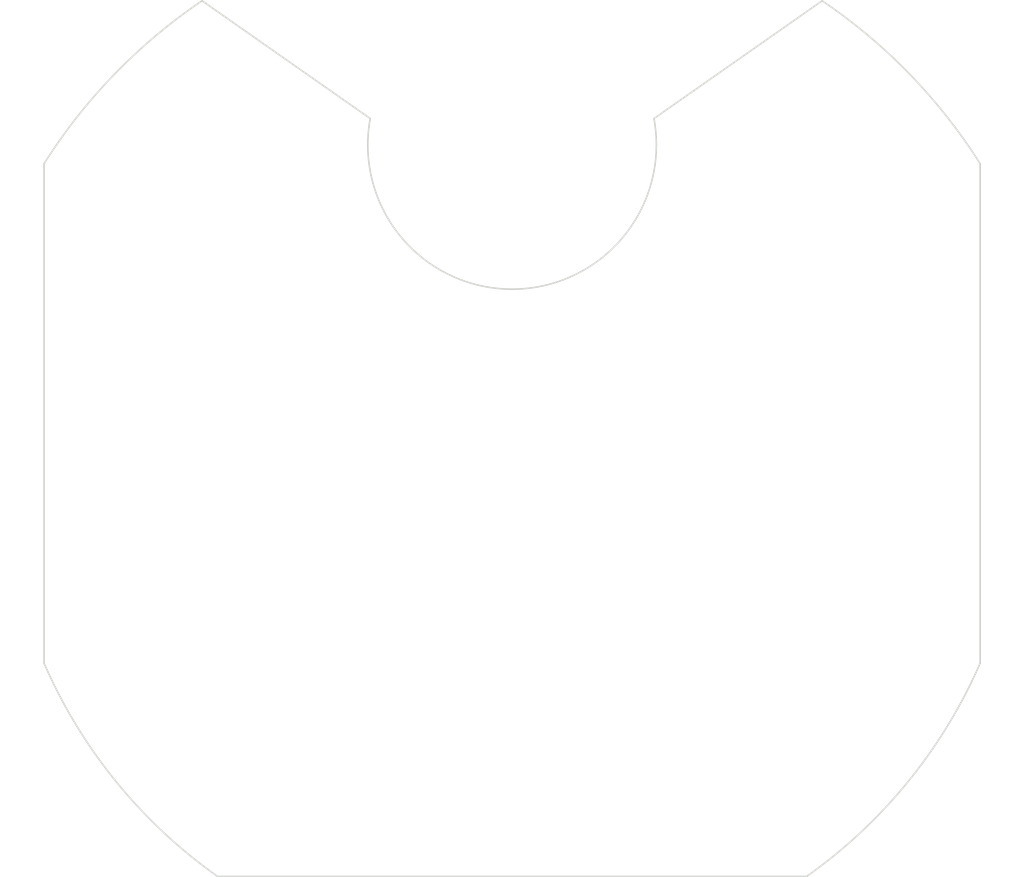
<source format=kicad_pcb>
(kicad_pcb
	(version 20240108)
	(generator "pcbnew")
	(generator_version "8.0")
	(general
		(thickness 1.6)
		(legacy_teardrops no)
	)
	(paper "A4")
	(layers
		(0 "F.Cu" signal)
		(31 "B.Cu" signal)
		(32 "B.Adhes" user "B.Adhesive")
		(33 "F.Adhes" user "F.Adhesive")
		(34 "B.Paste" user)
		(35 "F.Paste" user)
		(36 "B.SilkS" user "B.Silkscreen")
		(37 "F.SilkS" user "F.Silkscreen")
		(38 "B.Mask" user)
		(39 "F.Mask" user)
		(40 "Dwgs.User" user "User.Drawings")
		(41 "Cmts.User" user "User.Comments")
		(42 "Eco1.User" user "User.Eco1")
		(43 "Eco2.User" user "User.Eco2")
		(44 "Edge.Cuts" user)
		(45 "Margin" user)
		(46 "B.CrtYd" user "B.Courtyard")
		(47 "F.CrtYd" user "F.Courtyard")
		(48 "B.Fab" user)
		(49 "F.Fab" user)
		(50 "User.1" user)
		(51 "User.2" user)
		(52 "User.3" user)
		(53 "User.4" user)
		(54 "User.5" user)
		(55 "User.6" user)
		(56 "User.7" user)
		(57 "User.8" user)
		(58 "User.9" user)
	)
	(setup
		(pad_to_mask_clearance 0)
		(allow_soldermask_bridges_in_footprints no)
		(pcbplotparams
			(layerselection 0x00010fc_ffffffff)
			(plot_on_all_layers_selection 0x0000000_00000000)
			(disableapertmacros no)
			(usegerberextensions no)
			(usegerberattributes yes)
			(usegerberadvancedattributes yes)
			(creategerberjobfile yes)
			(dashed_line_dash_ratio 12.000000)
			(dashed_line_gap_ratio 3.000000)
			(svgprecision 4)
			(plotframeref no)
			(viasonmask no)
			(mode 1)
			(useauxorigin no)
			(hpglpennumber 1)
			(hpglpenspeed 20)
			(hpglpendiameter 15.000000)
			(pdf_front_fp_property_popups yes)
			(pdf_back_fp_property_popups yes)
			(dxfpolygonmode yes)
			(dxfimperialunits yes)
			(dxfusepcbnewfont yes)
			(psnegative no)
			(psa4output no)
			(plotreference yes)
			(plotvalue yes)
			(plotfptext yes)
			(plotinvisibletext no)
			(sketchpadsonfab no)
			(subtractmaskfromsilk no)
			(outputformat 1)
			(mirror no)
			(drillshape 1)
			(scaleselection 1)
			(outputdirectory "")
		)
	)
	(net 0 "")
	(gr_line
		(start 98.366098 34.461082)
		(end 98.366096 34.461081)
		(stroke
			(width 0.2)
			(type default)
		)
		(layer "Dwgs.User")
		(uuid "001dec73-d2ef-42df-994a-660bd072e070")
	)
	(gr_line
		(start 202.78 119.789614)
		(end 202.78 65.77)
		(stroke
			(width 0.2)
			(type default)
		)
		(layer "Dwgs.User")
		(uuid "081d9222-bb66-418a-84a8-7e99fec1cd8f")
	)
	(gr_arc
		(start 104.866251 145.779808)
		(mid 90.747431 133.770689)
		(end 80.78 118.143459)
		(stroke
			(width 0.2)
			(type default)
		)
		(layer "Dwgs.User")
		(uuid "0ef2c02a-c97c-4819-8029-ba9afd6fa88a")
	)
	(gr_arc
		(start 194.78 118.14346)
		(mid 184.812568 133.770691)
		(end 170.693745 145.779808)
		(stroke
			(width 0.2)
			(type default)
		)
		(layer "Dwgs.User")
		(uuid "119a49d1-04d2-4831-80a0-61e9712ba9b7")
	)
	(gr_arc
		(start 155.813215 49.432)
		(mid 137.78 71.121146)
		(end 119.746785 49.432001)
		(stroke
			(width 0.2)
			(type default)
		)
		(layer "Dwgs.User")
		(uuid "15aded88-a981-480b-9746-4d8e145e494a")
	)
	(gr_arc
		(start 100.343293 145.779808)
		(mid 87.451788 133.73806)
		(end 78.28 118.669122)
		(stroke
			(width 0.2)
			(type default)
		)
		(layer "Dwgs.User")
		(uuid "16c1bea4-f227-4e3f-9e7d-0c0504b62f04")
	)
	(gr_line
		(start 119.746785 49.432001)
		(end 98.366096 34.461081)
		(stroke
			(width 0.2)
			(type default)
		)
		(layer "Dwgs.User")
		(uuid "2807dca5-a4d4-456a-baed-48b2ee81ac3c")
	)
	(gr_line
		(start 80.78 65.770008)
		(end 72.78 65.770008)
		(stroke
			(width 0.2)
			(type default)
		)
		(layer "Dwgs.User")
		(uuid "35195691-b37a-4db2-8bd8-6c880e4ee561")
	)
	(gr_line
		(start 137.77999 145.779808)
		(end 175.216708 145.779808)
		(stroke
			(width 0.2)
			(type default)
		)
		(layer "Dwgs.User")
		(uuid "373d4944-ae7a-4272-a463-377bdc52e03b")
	)
	(gr_arc
		(start 177.193903 34.461082)
		(mid 188.309551 43.776806)
		(end 197.28 55.172918)
		(stroke
			(width 0.2)
			(type default)
		)
		(layer "Dwgs.User")
		(uuid "379e1e8b-7167-4d3a-bd4a-a3604301f79b")
	)
	(gr_line
		(start 170.693745 145.779808)
		(end 184.099871 145.779808)
		(stroke
			(width 0.2)
			(type default)
		)
		(layer "Dwgs.User")
		(uuid "56696dea-230e-4c0e-8ae5-ca3da239e313")
	)
	(gr_line
		(start 78.28 55.172899)
		(end 78.28 118.669122)
		(stroke
			(width 0.2)
			(type default)
		)
		(layer "Dwgs.User")
		(uuid "6c0eee53-3a4a-4213-88d2-7ae467d04027")
	)
	(gr_arc
		(start 91.460138 145.779808)
		(mid 80.623194 133.860573)
		(end 72.78 119.789615)
		(stroke
			(width 0.2)
			(type default)
		)
		(layer "Dwgs.User")
		(uuid "7970d11e-5a42-4510-9815-78875e6b5ba3")
	)
	(gr_arc
		(start 202.78 119.789614)
		(mid 194.936803 133.860566)
		(end 184.099871 145.779808)
		(stroke
			(width 0.2)
			(type default)
		)
		(layer "Dwgs.User")
		(uuid "7a5d4acf-5d22-49ca-8431-4cead0ad3068")
	)
	(gr_arc
		(start 78.28 55.172899)
		(mid 87.250455 43.776801)
		(end 98.366096 34.461081)
		(stroke
			(width 0.2)
			(type default)
		)
		(layer "Dwgs.User")
		(uuid "7e10068d-f8bc-4e9b-ae20-4112d2f4577b")
	)
	(gr_line
		(start 91.460138 145.779808)
		(end 104.866251 145.779808)
		(stroke
			(width 0.2)
			(type default)
		)
		(layer "Dwgs.User")
		(uuid "8458d9f8-89e0-46d9-814a-7ec510c13574")
	)
	(gr_line
		(start 194.78 65.77)
		(end 194.78 118.14346)
		(stroke
			(width 0.2)
			(type default)
		)
		(layer "Dwgs.User")
		(uuid "a49e6104-aa6e-45f8-afff-c58d664f2ace")
	)
	(gr_line
		(start 197.28 118.669133)
		(end 197.28 55.172918)
		(stroke
			(width 0.2)
			(type default)
		)
		(layer "Dwgs.User")
		(uuid "b79da014-c84d-488b-a575-86aab8e74505")
	)
	(gr_line
		(start 72.78 65.77)
		(end 72.78 119.789615)
		(stroke
			(width 0.2)
			(type default)
		)
		(layer "Dwgs.User")
		(uuid "d73e50f6-1732-465c-b7aa-c80582bae3ff")
	)
	(gr_line
		(start 80.78 118.143459)
		(end 80.78 65.77)
		(stroke
			(width 0.2)
			(type default)
		)
		(layer "Dwgs.User")
		(uuid "e3df7382-b6ab-4699-a15c-1124ef23558d")
	)
	(gr_line
		(start 177.193903 34.461082)
		(end 155.813215 49.432)
		(stroke
			(width 0.2)
			(type default)
		)
		(layer "Dwgs.User")
		(uuid "ef9591a7-44c6-4935-8b41-5c501161d3b6")
	)
	(gr_line
		(start 202.78 65.77)
		(end 194.78 65.77)
		(stroke
			(width 0.2)
			(type default)
		)
		(layer "Dwgs.User")
		(uuid "f9cf0f71-b12f-43e2-802d-155f45457647")
	)
	(gr_line
		(start 80.78 65.77)
		(end 72.78 65.77)
		(stroke
			(width 0.2)
			(type default)
		)
		(layer "Dwgs.User")
		(uuid "fe3671f4-8bbb-4001-a683-3246bf2f190e")
	)
	(gr_arc
		(start 177.193902 34.461083)
		(mid 188.309546 43.776801)
		(end 197.28 55.1729)
		(stroke
			(width 0.2)
			(type default)
		)
		(layer "Edge.Cuts")
		(uuid "0e4ec245-3c09-4566-8566-ca77639ecb05")
	)
	(gr_arc
		(start 155.813216 49.432001)
		(mid 137.779999 71.121145)
		(end 119.746785 49.432)
		(stroke
			(width 0.2)
			(type default)
		)
		(layer "Edge.Cuts")
		(uuid "18ab9aee-abeb-4d55-afbb-968db4755795")
	)
	(gr_line
		(start 100.343294 145.779808)
		(end 175.216706 145.779808)
		(stroke
			(width 0.2)
			(type default)
		)
		(layer "Edge.Cuts")
		(uuid "3eb613ed-f2a6-4c20-8b3e-36f0fcb8d8a6")
	)
	(gr_line
		(start 78.28 55.172898)
		(end 78.28 118.669138)
		(stroke
			(width 0.2)
			(type default)
		)
		(layer "Edge.Cuts")
		(uuid "42d34f41-8c63-443d-a4c6-73a8f310994b")
	)
	(gr_arc
		(start 100.343294 145.779808)
		(mid 87.451793 133.738066)
		(end 78.28 118.669138)
		(stroke
			(width 0.2)
			(type default)
		)
		(layer "Edge.Cuts")
		(uuid "51b16388-38cd-49ee-b90a-786344d6db40")
	)
	(gr_line
		(start 119.746785 49.432)
		(end 98.366098 34.461082)
		(stroke
			(width 0.2)
			(type default)
		)
		(layer "Edge.Cuts")
		(uuid "7e99f070-7101-4cda-b84f-a5dff26e8b1a")
	)
	(gr_arc
		(start 197.28 118.669131)
		(mid 188.108208 133.738062)
		(end 175.216706 145.779808)
		(stroke
			(width 0.2)
			(type default)
		)
		(layer "Edge.Cuts")
		(uuid "871931d7-07a6-4897-a1e1-3e2ce4544947")
	)
	(gr_arc
		(start 78.28 55.172898)
		(mid 87.250455 43.7768)
		(end 98.366098 34.461082)
		(stroke
			(width 0.2)
			(type default)
		)
		(layer "Edge.Cuts")
		(uuid "c3fa3295-b0c8-4e23-97d0-96114a9cbd82")
	)
	(gr_line
		(start 197.28 118.669131)
		(end 197.28 55.1729)
		(stroke
			(width 0.2)
			(type default)
		)
		(layer "Edge.Cuts")
		(uuid "ef54a7a0-6410-4eeb-893b-1830a8bdc368")
	)
	(gr_line
		(start 177.193902 34.461083)
		(end 155.813216 49.432001)
		(stroke
			(width 0.2)
			(type default)
		)
		(layer "Edge.Cuts")
		(uuid "fe47f81e-b67f-4d7f-9a88-6c957d65489c")
	)
	(group ""
		(uuid "6d3b0344-8323-44cf-8391-580085c7116f")
		(members "001dec73-d2ef-42df-994a-660bd072e070" "081d9222-bb66-418a-84a8-7e99fec1cd8f"
			"0e4ec245-3c09-4566-8566-ca77639ecb05" "0ef2c02a-c97c-4819-8029-ba9afd6fa88a"
			"119a49d1-04d2-4831-80a0-61e9712ba9b7" "15aded88-a981-480b-9746-4d8e145e494a"
			"16c1bea4-f227-4e3f-9e7d-0c0504b62f04" "18ab9aee-abeb-4d55-afbb-968db4755795"
			"2807dca5-a4d4-456a-baed-48b2ee81ac3c" "35195691-b37a-4db2-8bd8-6c880e4ee561"
			"373d4944-ae7a-4272-a463-377bdc52e03b" "379e1e8b-7167-4d3a-bd4a-a3604301f79b"
			"3eb613ed-f2a6-4c20-8b3e-36f0fcb8d8a6" "42d34f41-8c63-443d-a4c6-73a8f310994b"
			"51b16388-38cd-49ee-b90a-786344d6db40" "56696dea-230e-4c0e-8ae5-ca3da239e313"
			"6c0eee53-3a4a-4213-88d2-7ae467d04027" "7970d11e-5a42-4510-9815-78875e6b5ba3"
			"7a5d4acf-5d22-49ca-8431-4cead0ad3068" "7e10068d-f8bc-4e9b-ae20-4112d2f4577b"
			"7e99f070-7101-4cda-b84f-a5dff26e8b1a" "8458d9f8-89e0-46d9-814a-7ec510c13574"
			"871931d7-07a6-4897-a1e1-3e2ce4544947" "a49e6104-aa6e-45f8-afff-c58d664f2ace"
			"b79da014-c84d-488b-a575-86aab8e74505" "c3fa3295-b0c8-4e23-97d0-96114a9cbd82"
			"d73e50f6-1732-465c-b7aa-c80582bae3ff" "e3df7382-b6ab-4699-a15c-1124ef23558d"
			"ef54a7a0-6410-4eeb-893b-1830a8bdc368" "ef9591a7-44c6-4935-8b41-5c501161d3b6"
			"f9cf0f71-b12f-43e2-802d-155f45457647" "fe3671f4-8bbb-4001-a683-3246bf2f190e"
			"fe47f81e-b67f-4d7f-9a88-6c957d65489c"
		)
	)
)

</source>
